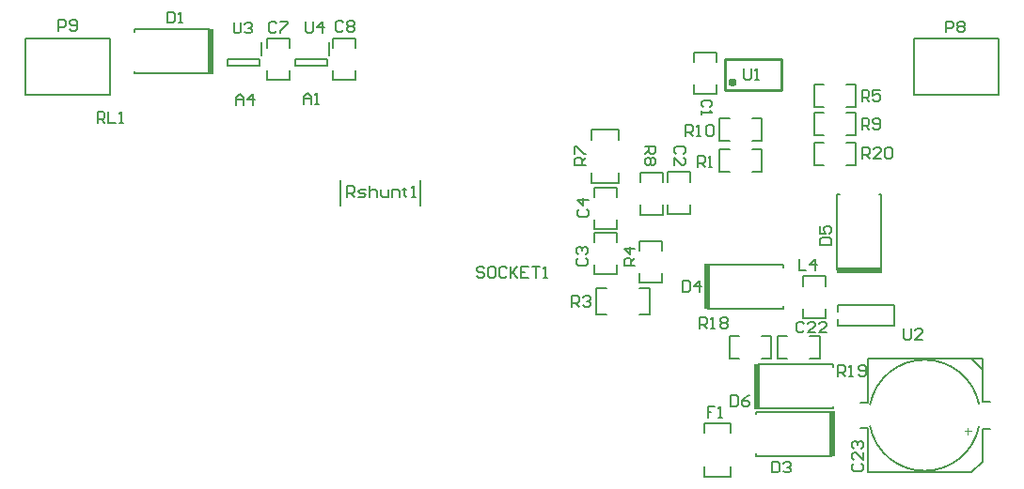
<source format=gto>
G04 Layer_Color=65535*
%FSLAX44Y44*%
%MOMM*%
G71*
G01*
G75*
%ADD25C,0.2540*%
%ADD46C,0.1270*%
%ADD47C,0.7620*%
%ADD48C,0.2000*%
%ADD49C,0.1778*%
%ADD50C,0.1016*%
%ADD51R,0.5080X4.1656*%
%ADD52R,4.1656X0.5080*%
D25*
X617220Y-8193D02*
X668020D01*
Y19730D01*
X617220D02*
X668020D01*
X617220Y-8193D02*
Y19730D01*
D46*
X845856Y-291610D02*
G03*
X747798Y-291610I-49029J-9806D01*
G01*
X747769Y-311416D02*
G03*
X845827Y-311416I49029J9806D01*
G01*
X746048Y-353110D02*
Y-313360D01*
X739048D02*
X746048D01*
Y-353110D02*
X838798D01*
X746048Y-289860D02*
X746048Y-289860D01*
X746048Y-289860D02*
Y-250110D01*
X849048Y-313860D02*
X855548D01*
X849048Y-288860D02*
X855548D01*
X848798Y-343110D02*
Y-313860D01*
X838798Y-353110D02*
X848798Y-343110D01*
X739298Y-289860D02*
X746048D01*
X849048Y-288860D02*
Y-275110D01*
X838798Y-250110D02*
X848798Y-260110D01*
X849048Y-288860D02*
Y-268610D01*
X849048Y-268610D01*
X849048Y-288860D02*
Y-260110D01*
Y-288860D02*
Y-250110D01*
X849048Y-250110D01*
X746048D02*
X849048D01*
X17100Y45000D02*
Y54997D01*
X22098D01*
X23765Y53331D01*
Y49998D01*
X22098Y48332D01*
X17100D01*
X27097Y46666D02*
X28763Y45000D01*
X32095D01*
X33761Y46666D01*
Y53331D01*
X32095Y54997D01*
X28763D01*
X27097Y53331D01*
Y51665D01*
X28763Y49998D01*
X33761D01*
X239522Y53827D02*
Y45496D01*
X241188Y43830D01*
X244520D01*
X246187Y45496D01*
Y53827D01*
X254517Y43830D02*
Y53827D01*
X249519Y48828D01*
X256183D01*
X603961Y-23795D02*
X605627Y-22128D01*
Y-18796D01*
X603961Y-17130D01*
X597296D01*
X595630Y-18796D01*
Y-22128D01*
X597296Y-23795D01*
X595630Y-27127D02*
Y-30459D01*
Y-28793D01*
X605627D01*
X603961Y-27127D01*
X579831Y-65704D02*
X581497Y-64038D01*
Y-60706D01*
X579831Y-59040D01*
X573166D01*
X571500Y-60706D01*
Y-64038D01*
X573166Y-65704D01*
X571500Y-75701D02*
Y-69037D01*
X578164Y-75701D01*
X579831D01*
X581497Y-74035D01*
Y-70703D01*
X579831Y-69037D01*
X485191Y-159564D02*
X483525Y-161230D01*
Y-164562D01*
X485191Y-166228D01*
X491856D01*
X493522Y-164562D01*
Y-161230D01*
X491856Y-159564D01*
X485191Y-156231D02*
X483525Y-154565D01*
Y-151233D01*
X485191Y-149567D01*
X486857D01*
X488524Y-151233D01*
Y-152899D01*
Y-151233D01*
X490190Y-149567D01*
X491856D01*
X493522Y-151233D01*
Y-154565D01*
X491856Y-156231D01*
X485699Y-115876D02*
X484033Y-117542D01*
Y-120874D01*
X485699Y-122540D01*
X492364D01*
X494030Y-120874D01*
Y-117542D01*
X492364Y-115876D01*
X494030Y-107545D02*
X484033D01*
X489032Y-112543D01*
Y-105879D01*
X688400Y-218603D02*
X686734Y-216937D01*
X683402D01*
X681736Y-218603D01*
Y-225268D01*
X683402Y-226934D01*
X686734D01*
X688400Y-225268D01*
X698397Y-226934D02*
X691733D01*
X698397Y-220270D01*
Y-218603D01*
X696731Y-216937D01*
X693399D01*
X691733Y-218603D01*
X708394Y-226934D02*
X701730D01*
X708394Y-220270D01*
Y-218603D01*
X706728Y-216937D01*
X703396D01*
X701730Y-218603D01*
X732841Y-345238D02*
X731175Y-346904D01*
Y-350236D01*
X732841Y-351902D01*
X739506D01*
X741172Y-350236D01*
Y-346904D01*
X739506Y-345238D01*
X741172Y-335241D02*
Y-341905D01*
X734508Y-335241D01*
X732841D01*
X731175Y-336907D01*
Y-340239D01*
X732841Y-341905D01*
Y-331908D02*
X731175Y-330242D01*
Y-326910D01*
X732841Y-325244D01*
X734508D01*
X736174Y-326910D01*
Y-328576D01*
Y-326910D01*
X737840Y-325244D01*
X739506D01*
X741172Y-326910D01*
Y-330242D01*
X739506Y-331908D01*
X659384Y-343175D02*
Y-353172D01*
X664382D01*
X666049Y-351506D01*
Y-344841D01*
X664382Y-343175D01*
X659384D01*
X669381Y-344841D02*
X671047Y-343175D01*
X674379D01*
X676045Y-344841D01*
Y-346507D01*
X674379Y-348174D01*
X672713D01*
X674379D01*
X676045Y-349840D01*
Y-351506D01*
X674379Y-353172D01*
X671047D01*
X669381Y-351506D01*
X578866Y-179853D02*
Y-189850D01*
X583864D01*
X585531Y-188184D01*
Y-181519D01*
X583864Y-179853D01*
X578866D01*
X593861Y-189850D02*
Y-179853D01*
X588863Y-184852D01*
X595527D01*
X702981Y-147940D02*
X712978D01*
Y-142942D01*
X711312Y-141276D01*
X704647D01*
X702981Y-142942D01*
Y-147940D01*
Y-131279D02*
Y-137943D01*
X707980D01*
X706313Y-134611D01*
Y-132945D01*
X707980Y-131279D01*
X711312D01*
X712978Y-132945D01*
Y-136277D01*
X711312Y-137943D01*
X622302Y-283485D02*
Y-293482D01*
X627300D01*
X628966Y-291816D01*
Y-285151D01*
X627300Y-283485D01*
X622302D01*
X638963D02*
X635631Y-285151D01*
X632299Y-288484D01*
Y-291816D01*
X633965Y-293482D01*
X637297D01*
X638963Y-291816D01*
Y-290150D01*
X637297Y-288484D01*
X632299D01*
X608136Y-293899D02*
X601472D01*
Y-298898D01*
X604804D01*
X601472D01*
Y-303896D01*
X611469D02*
X614801D01*
X613135D01*
Y-293899D01*
X611469Y-295565D01*
X683670Y-160787D02*
Y-170784D01*
X690334D01*
X698665D02*
Y-160787D01*
X693667Y-165786D01*
X700331D01*
X592328Y-77836D02*
Y-67839D01*
X597326D01*
X598993Y-69505D01*
Y-72838D01*
X597326Y-74504D01*
X592328D01*
X595660D02*
X598993Y-77836D01*
X602325D02*
X605657D01*
X603991D01*
Y-67839D01*
X602325Y-69505D01*
X479298Y-203566D02*
Y-193569D01*
X484296D01*
X485962Y-195235D01*
Y-198568D01*
X484296Y-200234D01*
X479298D01*
X482630D02*
X485962Y-203566D01*
X489295Y-195235D02*
X490961Y-193569D01*
X494293D01*
X495959Y-195235D01*
Y-196901D01*
X494293Y-198568D01*
X492627D01*
X494293D01*
X495959Y-200234D01*
Y-201900D01*
X494293Y-203566D01*
X490961D01*
X489295Y-201900D01*
X536194Y-166228D02*
X526197D01*
Y-161230D01*
X527863Y-159564D01*
X531196D01*
X532862Y-161230D01*
Y-166228D01*
Y-162896D02*
X536194Y-159564D01*
Y-151233D02*
X526197D01*
X531196Y-156231D01*
Y-149567D01*
X740410Y-18400D02*
Y-8403D01*
X745408D01*
X747075Y-10069D01*
Y-13402D01*
X745408Y-15068D01*
X740410D01*
X743742D02*
X747075Y-18400D01*
X757071Y-8403D02*
X750407D01*
Y-13402D01*
X753739Y-11736D01*
X755405D01*
X757071Y-13402D01*
Y-16734D01*
X755405Y-18400D01*
X752073D01*
X750407Y-16734D01*
X491744Y-76058D02*
X481747D01*
Y-71060D01*
X483413Y-69394D01*
X486746D01*
X488412Y-71060D01*
Y-76058D01*
Y-72726D02*
X491744Y-69394D01*
X481747Y-66061D02*
Y-59397D01*
X483413D01*
X490078Y-66061D01*
X491744D01*
X544830Y-59040D02*
X554827D01*
Y-64038D01*
X553161Y-65704D01*
X549828D01*
X548162Y-64038D01*
Y-59040D01*
Y-62372D02*
X544830Y-65704D01*
X553161Y-69037D02*
X554827Y-70703D01*
Y-74035D01*
X553161Y-75701D01*
X551494D01*
X549828Y-74035D01*
X548162Y-75701D01*
X546496D01*
X544830Y-74035D01*
Y-70703D01*
X546496Y-69037D01*
X548162D01*
X549828Y-70703D01*
X551494Y-69037D01*
X553161D01*
X549828Y-70703D02*
Y-74035D01*
X740410Y-43800D02*
Y-33803D01*
X745408D01*
X747075Y-35469D01*
Y-38802D01*
X745408Y-40468D01*
X740410D01*
X743742D02*
X747075Y-43800D01*
X750407Y-42134D02*
X752073Y-43800D01*
X755405D01*
X757071Y-42134D01*
Y-35469D01*
X755405Y-33803D01*
X752073D01*
X750407Y-35469D01*
Y-37136D01*
X752073Y-38802D01*
X757071D01*
X581914Y-49896D02*
Y-39899D01*
X586912D01*
X588578Y-41565D01*
Y-44898D01*
X586912Y-46564D01*
X581914D01*
X585246D02*
X588578Y-49896D01*
X591911D02*
X595243D01*
X593577D01*
Y-39899D01*
X591911Y-41565D01*
X600241D02*
X601908Y-39899D01*
X605240D01*
X606906Y-41565D01*
Y-48230D01*
X605240Y-49896D01*
X601908D01*
X600241Y-48230D01*
Y-41565D01*
X594360Y-222870D02*
Y-212873D01*
X599358D01*
X601025Y-214539D01*
Y-217872D01*
X599358Y-219538D01*
X594360D01*
X597692D02*
X601025Y-222870D01*
X604357D02*
X607689D01*
X606023D01*
Y-212873D01*
X604357Y-214539D01*
X612687D02*
X614354Y-212873D01*
X617686D01*
X619352Y-214539D01*
Y-216206D01*
X617686Y-217872D01*
X619352Y-219538D01*
Y-221204D01*
X617686Y-222870D01*
X614354D01*
X612687Y-221204D01*
Y-219538D01*
X614354Y-217872D01*
X612687Y-216206D01*
Y-214539D01*
X614354Y-217872D02*
X617686D01*
X719074Y-266050D02*
Y-256053D01*
X724072D01*
X725739Y-257719D01*
Y-261052D01*
X724072Y-262718D01*
X719074D01*
X722406D02*
X725739Y-266050D01*
X729071D02*
X732403D01*
X730737D01*
Y-256053D01*
X729071Y-257719D01*
X737401Y-264384D02*
X739068Y-266050D01*
X742400D01*
X744066Y-264384D01*
Y-257719D01*
X742400Y-256053D01*
X739068D01*
X737401Y-257719D01*
Y-259386D01*
X739068Y-261052D01*
X744066D01*
X740918Y-69708D02*
Y-59711D01*
X745916D01*
X747582Y-61377D01*
Y-64710D01*
X745916Y-66376D01*
X740918D01*
X744250D02*
X747582Y-69708D01*
X757579D02*
X750915D01*
X757579Y-63043D01*
Y-61377D01*
X755913Y-59711D01*
X752581D01*
X750915Y-61377D01*
X760912D02*
X762578Y-59711D01*
X765910D01*
X767576Y-61377D01*
Y-68042D01*
X765910Y-69708D01*
X762578D01*
X760912Y-68042D01*
Y-61377D01*
X633984Y11155D02*
Y2824D01*
X635650Y1158D01*
X638982D01*
X640648Y2824D01*
Y11155D01*
X643981Y1158D02*
X647313D01*
X645647D01*
Y11155D01*
X643981Y9489D01*
X778002Y-223265D02*
Y-231596D01*
X779668Y-233262D01*
X783000D01*
X784667Y-231596D01*
Y-223265D01*
X794663Y-233262D02*
X787999D01*
X794663Y-226597D01*
Y-224931D01*
X792997Y-223265D01*
X789665D01*
X787999Y-224931D01*
X115316Y62463D02*
Y52466D01*
X120314D01*
X121980Y54132D01*
Y60797D01*
X120314Y62463D01*
X115316D01*
X125313Y52466D02*
X128645D01*
X126979D01*
Y62463D01*
X125313Y60797D01*
X52070Y-37958D02*
Y-27961D01*
X57068D01*
X58734Y-29627D01*
Y-32960D01*
X57068Y-34626D01*
X52070D01*
X55402D02*
X58734Y-37958D01*
X62067Y-27961D02*
Y-37958D01*
X68731D01*
X72064D02*
X75396D01*
X73730D01*
Y-27961D01*
X72064Y-29627D01*
X816100Y44000D02*
Y53997D01*
X821098D01*
X822765Y52331D01*
Y48998D01*
X821098Y47332D01*
X816100D01*
X826097Y52331D02*
X827763Y53997D01*
X831095D01*
X832761Y52331D01*
Y50665D01*
X831095Y48998D01*
X832761Y47332D01*
Y45666D01*
X831095Y44000D01*
X827763D01*
X826097Y45666D01*
Y47332D01*
X827763Y48998D01*
X826097Y50665D01*
Y52331D01*
X827763Y48998D02*
X831095D01*
X277114Y-104760D02*
Y-94763D01*
X282112D01*
X283778Y-96429D01*
Y-99762D01*
X282112Y-101428D01*
X277114D01*
X280446D02*
X283778Y-104760D01*
X287111D02*
X292109D01*
X293775Y-103094D01*
X292109Y-101428D01*
X288777D01*
X287111Y-99762D01*
X288777Y-98096D01*
X293775D01*
X297108Y-94763D02*
Y-104760D01*
Y-99762D01*
X298774Y-98096D01*
X302106D01*
X303772Y-99762D01*
Y-104760D01*
X307104Y-98096D02*
Y-103094D01*
X308771Y-104760D01*
X313769D01*
Y-98096D01*
X317101Y-104760D02*
Y-98096D01*
X322099D01*
X323766Y-99762D01*
Y-104760D01*
X328764Y-96429D02*
Y-98096D01*
X327098D01*
X330430D01*
X328764D01*
Y-103094D01*
X330430Y-104760D01*
X335429D02*
X338761D01*
X337095D01*
Y-94763D01*
X335429Y-96429D01*
X174752Y53065D02*
Y44734D01*
X176418Y43068D01*
X179750D01*
X181416Y44734D01*
Y53065D01*
X184749Y51399D02*
X186415Y53065D01*
X189747D01*
X191413Y51399D01*
Y49732D01*
X189747Y48066D01*
X188081D01*
X189747D01*
X191413Y46400D01*
Y44734D01*
X189747Y43068D01*
X186415D01*
X184749Y44734D01*
X213167Y52161D02*
X211500Y53827D01*
X208168D01*
X206502Y52161D01*
Y45496D01*
X208168Y43830D01*
X211500D01*
X213167Y45496D01*
X216499Y53827D02*
X223163D01*
Y52161D01*
X216499Y45496D01*
Y43830D01*
X273365Y52923D02*
X271698Y54589D01*
X268366D01*
X266700Y52923D01*
Y46258D01*
X268366Y44592D01*
X271698D01*
X273365Y46258D01*
X276697Y52923D02*
X278363Y54589D01*
X281695D01*
X283361Y52923D01*
Y51256D01*
X281695Y49590D01*
X283361Y47924D01*
Y46258D01*
X281695Y44592D01*
X278363D01*
X276697Y46258D01*
Y47924D01*
X278363Y49590D01*
X276697Y51256D01*
Y52923D01*
X278363Y49590D02*
X281695D01*
X400364Y-169073D02*
X398698Y-167407D01*
X395366D01*
X393700Y-169073D01*
Y-170739D01*
X395366Y-172406D01*
X398698D01*
X400364Y-174072D01*
Y-175738D01*
X398698Y-177404D01*
X395366D01*
X393700Y-175738D01*
X408695Y-167407D02*
X405363D01*
X403697Y-169073D01*
Y-175738D01*
X405363Y-177404D01*
X408695D01*
X410361Y-175738D01*
Y-169073D01*
X408695Y-167407D01*
X420358Y-169073D02*
X418692Y-167407D01*
X415360D01*
X413694Y-169073D01*
Y-175738D01*
X415360Y-177404D01*
X418692D01*
X420358Y-175738D01*
X423690Y-167407D02*
Y-177404D01*
Y-174072D01*
X430355Y-167407D01*
X425356Y-172406D01*
X430355Y-177404D01*
X440352Y-167407D02*
X433687D01*
Y-177404D01*
X440352D01*
X433687Y-172406D02*
X437019D01*
X443684Y-167407D02*
X450348D01*
X447016D01*
Y-177404D01*
X453681D02*
X457013D01*
X455347D01*
Y-167407D01*
X453681Y-169073D01*
X237744Y-20940D02*
Y-14275D01*
X241076Y-10943D01*
X244408Y-14275D01*
Y-20940D01*
Y-15942D01*
X237744D01*
X247741Y-20940D02*
X251073D01*
X249407D01*
Y-10943D01*
X247741Y-12609D01*
X177038Y-21448D02*
Y-14784D01*
X180370Y-11451D01*
X183703Y-14784D01*
Y-21448D01*
Y-16450D01*
X177038D01*
X192033Y-21448D02*
Y-11451D01*
X187035Y-16450D01*
X193699D01*
D47*
X623824Y-1335D02*
G03*
X623817Y-1312I-1030J-318D01*
G01*
D48*
X63500Y-12700D02*
Y38100D01*
X-12700Y-12700D02*
Y38100D01*
X63500D01*
X-12700Y-12700D02*
X63500D01*
X14817D02*
X63500D01*
X259356Y13652D02*
Y19652D01*
X230356Y13652D02*
X259356D01*
X230356D02*
Y19652D01*
X259356D01*
X260856Y23152D02*
Y35152D01*
X863600Y-12700D02*
Y38100D01*
X787400Y-12700D02*
Y38100D01*
X863600D01*
X787400Y-12700D02*
X863600D01*
X814917D02*
X863600D01*
X718566Y-208381D02*
Y-201766D01*
X769366D01*
Y-220816D02*
Y-201766D01*
X718566Y-220816D02*
X769366D01*
X718566D02*
Y-214731D01*
X342582Y-112196D02*
Y-89196D01*
X271082Y-112196D02*
Y-89196D01*
X199388Y23152D02*
Y35152D01*
X168888Y19652D02*
X197888D01*
X168888Y13652D02*
Y19652D01*
Y13652D02*
X197888D01*
Y19652D01*
D49*
X714502Y-295387D02*
Y-293102D01*
X646684Y-295387D02*
X714502D01*
X646684Y-255509D02*
X714502D01*
Y-257794D02*
Y-255509D01*
X755778Y-101966D02*
X758063D01*
Y-169784D02*
Y-101966D01*
X718185Y-169784D02*
Y-101966D01*
X720470D01*
X697484Y-55484D02*
X706120D01*
X697484Y-65644D02*
Y-55484D01*
Y-75804D02*
Y-65644D01*
Y-75804D02*
X706120D01*
X726440D02*
X735076D01*
Y-65644D01*
Y-55484D01*
X726440D02*
X735076D01*
X664718Y-230236D02*
X673354D01*
X664718Y-240396D02*
Y-230236D01*
Y-250556D02*
Y-240396D01*
Y-250556D02*
X673354D01*
X693674D02*
X702310D01*
Y-240396D01*
Y-230236D01*
X693674D02*
X702310D01*
X687324Y-213726D02*
Y-205090D01*
Y-213726D02*
X697484D01*
X707644D01*
Y-205090D01*
Y-184770D02*
Y-176134D01*
X697484D02*
X707644D01*
X687324D02*
X697484D01*
X687324Y-184770D02*
Y-176134D01*
X669290Y-205471D02*
Y-203186D01*
X601472Y-205471D02*
X669290D01*
X601472Y-165593D02*
X669290D01*
Y-167878D02*
Y-165593D01*
X598262Y-356598D02*
Y-347598D01*
Y-356598D02*
X622462D01*
Y-347598D01*
Y-317598D02*
Y-308598D01*
X598262D02*
X622462D01*
X598262Y-317598D02*
Y-308598D01*
X644650Y-300466D02*
Y-298181D01*
X712468D01*
X644650Y-338059D02*
X712468D01*
X644650D02*
Y-335774D01*
X621284Y-229982D02*
X629920D01*
X621284Y-240142D02*
Y-229982D01*
Y-250302D02*
Y-240142D01*
Y-250302D02*
X629920D01*
X650240D02*
X658876D01*
Y-240142D01*
Y-229982D01*
X650240D02*
X658876D01*
X85092Y44466D02*
Y46751D01*
X152910D01*
X85092Y6873D02*
X152910D01*
X85092D02*
Y9158D01*
X204470Y29860D02*
Y38496D01*
X214630D01*
X224790D01*
Y29860D02*
Y38496D01*
Y904D02*
Y9540D01*
X214630Y904D02*
X224790D01*
X204470D02*
X214630D01*
X204470D02*
Y9540D01*
X264160Y29860D02*
Y38496D01*
X274320D01*
X284480D01*
Y29860D02*
Y38496D01*
Y904D02*
Y9540D01*
X274320Y904D02*
X284480D01*
X264160D02*
X274320D01*
X264160D02*
Y9540D01*
X540512Y-120508D02*
Y-111872D01*
Y-120508D02*
X550672D01*
X560832D01*
Y-111872D01*
Y-91552D02*
Y-82916D01*
X550672D02*
X560832D01*
X540512D02*
X550672D01*
X540512Y-91552D02*
Y-82916D01*
X519430Y-104760D02*
Y-96124D01*
X509270D02*
X519430D01*
X499110D02*
X509270D01*
X499110Y-104760D02*
Y-96124D01*
Y-133716D02*
Y-125080D01*
Y-133716D02*
X509270D01*
X519430D01*
Y-125080D01*
X539750Y-181976D02*
Y-173340D01*
Y-181976D02*
X549910D01*
X560070D01*
Y-173340D01*
Y-153020D02*
Y-144384D01*
X549910D02*
X560070D01*
X539750D02*
X549910D01*
X539750Y-153020D02*
Y-144384D01*
X612394Y-61580D02*
X621030D01*
X612394Y-71740D02*
Y-61580D01*
Y-81900D02*
Y-71740D01*
Y-81900D02*
X621030D01*
X641350D02*
X649986D01*
Y-71740D01*
Y-61580D01*
X641350D02*
X649986D01*
X585470Y-90790D02*
Y-82154D01*
X575310D02*
X585470D01*
X565150D02*
X575310D01*
X565150Y-90790D02*
Y-82154D01*
Y-119746D02*
Y-111110D01*
Y-119746D02*
X575310D01*
X585470D01*
Y-111110D01*
X609600Y17160D02*
Y25796D01*
X599440D02*
X609600D01*
X589280D02*
X599440D01*
X589280Y17160D02*
Y25796D01*
Y-11796D02*
Y-3160D01*
Y-11796D02*
X599440D01*
X609600D01*
Y-3160D01*
X697484Y-28560D02*
X706120D01*
X697484Y-38720D02*
Y-28560D01*
Y-48880D02*
Y-38720D01*
Y-48880D02*
X706120D01*
X726440D02*
X735076D01*
Y-38720D01*
Y-28560D01*
X726440D02*
X735076D01*
X641350Y-53960D02*
X649986D01*
Y-43800D01*
Y-33640D01*
X641350D02*
X649986D01*
X612394D02*
X621030D01*
X612394Y-43800D02*
Y-33640D01*
Y-53960D02*
Y-43800D01*
Y-53960D02*
X621030D01*
X697484Y-3160D02*
X706120D01*
X697484Y-13320D02*
Y-3160D01*
Y-23480D02*
Y-13320D01*
Y-23480D02*
X706120D01*
X726440D02*
X735076D01*
Y-13320D01*
Y-3160D01*
X726440D02*
X735076D01*
X521116Y-52908D02*
Y-43908D01*
X496916D02*
X521116D01*
X496916Y-52908D02*
Y-43908D01*
Y-91908D02*
Y-82908D01*
Y-91908D02*
X521116D01*
Y-82908D01*
X501250Y-186640D02*
X510250D01*
X501250Y-210840D02*
Y-186640D01*
Y-210840D02*
X510250D01*
X540250D02*
X549250D01*
Y-186640D01*
X540250D02*
X549250D01*
X499110Y-174356D02*
Y-165720D01*
Y-174356D02*
X509270D01*
X519430D01*
Y-165720D01*
Y-145400D02*
Y-136764D01*
X509270D02*
X519430D01*
X499110D02*
X509270D01*
X499110Y-145400D02*
Y-136764D01*
D50*
X838798Y-315804D02*
X832873D01*
X835836Y-318766D02*
Y-312841D01*
D51*
X645921Y-275448D02*
D03*
X600709Y-185532D02*
D03*
X713231Y-318120D02*
D03*
X153673Y26812D02*
D03*
D52*
X738124Y-170547D02*
D03*
M02*

</source>
